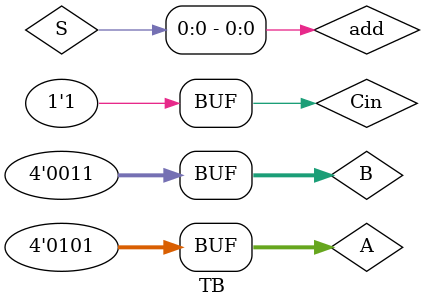
<source format=v>
module TB;
  reg [3:0]A, B; 
  reg Cin;
  wire [3:0] S;
  wire Cout;
  
  CarryLookAheadAdder cla(A, B, Cin, S, Cout);
  
  assign add = {Cout, S};
  initial begin
    $monitor("A = %b: B = %b, Cin = %b --> S = %b, Cout = %b", A, B, Cin, S, Cout);
    A = 1; B = 0; Cin = 0; #3;
    A = 2; B = 4; Cin = 1; #3;
    A = 4'hb; B = 4'h6; Cin = 0; #3;
    A = 5; B = 3; Cin = 1;
  end
endmodule

</source>
